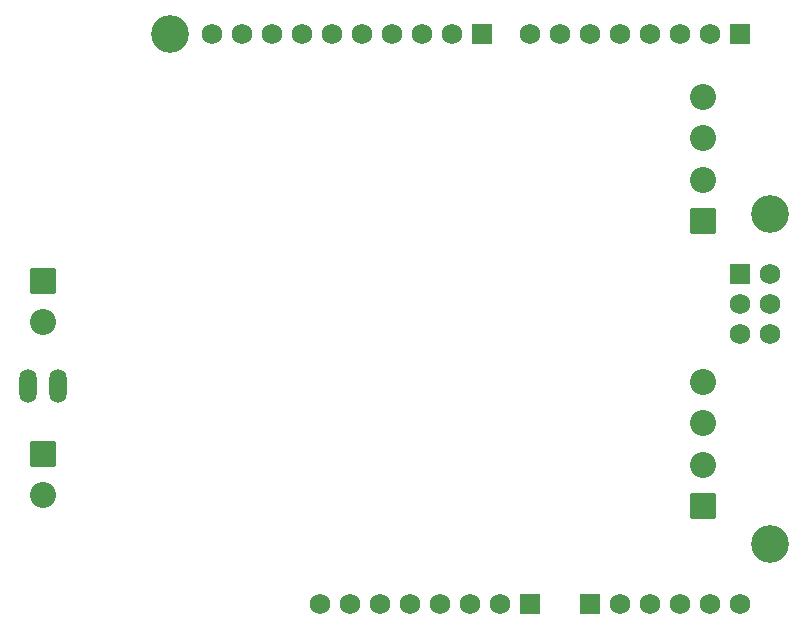
<source format=gbr>
%TF.GenerationSoftware,KiCad,Pcbnew,7.0.7*%
%TF.CreationDate,2023-10-02T21:51:04-04:00*%
%TF.ProjectId,sensor_interface_1.1.0,73656e73-6f72-45f6-996e-746572666163,rev?*%
%TF.SameCoordinates,Original*%
%TF.FileFunction,Soldermask,Bot*%
%TF.FilePolarity,Negative*%
%FSLAX46Y46*%
G04 Gerber Fmt 4.6, Leading zero omitted, Abs format (unit mm)*
G04 Created by KiCad (PCBNEW 7.0.7) date 2023-10-02 21:51:04*
%MOMM*%
%LPD*%
G01*
G04 APERTURE LIST*
G04 Aperture macros list*
%AMRoundRect*
0 Rectangle with rounded corners*
0 $1 Rounding radius*
0 $2 $3 $4 $5 $6 $7 $8 $9 X,Y pos of 4 corners*
0 Add a 4 corners polygon primitive as box body*
4,1,4,$2,$3,$4,$5,$6,$7,$8,$9,$2,$3,0*
0 Add four circle primitives for the rounded corners*
1,1,$1+$1,$2,$3*
1,1,$1+$1,$4,$5*
1,1,$1+$1,$6,$7*
1,1,$1+$1,$8,$9*
0 Add four rect primitives between the rounded corners*
20,1,$1+$1,$2,$3,$4,$5,0*
20,1,$1+$1,$4,$5,$6,$7,0*
20,1,$1+$1,$6,$7,$8,$9,0*
20,1,$1+$1,$8,$9,$2,$3,0*%
G04 Aperture macros list end*
%ADD10C,3.200400*%
%ADD11RoundRect,0.050800X-0.825500X-0.825500X0.825500X-0.825500X0.825500X0.825500X-0.825500X0.825500X0*%
%ADD12C,1.752600*%
%ADD13RoundRect,0.050800X-1.050000X1.050000X-1.050000X-1.050000X1.050000X-1.050000X1.050000X1.050000X0*%
%ADD14C,2.201600*%
%ADD15RoundRect,0.050800X1.050000X-1.050000X1.050000X1.050000X-1.050000X1.050000X-1.050000X-1.050000X0*%
%ADD16O,1.473200X2.844800*%
G04 APERTURE END LIST*
D10*
%TO.C,JP1*%
X129520750Y-80803950D03*
D11*
X155936750Y-80803950D03*
D12*
X153396750Y-80803950D03*
X150856750Y-80803950D03*
X148316750Y-80803950D03*
X145776750Y-80803950D03*
X143236750Y-80803950D03*
X140696750Y-80803950D03*
X138156750Y-80803950D03*
X135616750Y-80803950D03*
X133076750Y-80803950D03*
%TD*%
D10*
%TO.C,JP3*%
X180320750Y-96043950D03*
X180320750Y-123983950D03*
D11*
X177780750Y-101123950D03*
D12*
X177780750Y-103663950D03*
X177780750Y-106203950D03*
X180320750Y-106203950D03*
X180320750Y-103663950D03*
X180320750Y-101123950D03*
%TD*%
D11*
%TO.C,JP4*%
X165080750Y-129063950D03*
D12*
X167620750Y-129063950D03*
X170160750Y-129063950D03*
X172700750Y-129063950D03*
X175240750Y-129063950D03*
X177780750Y-129063950D03*
%TD*%
D13*
%TO.C,CON2*%
X118725750Y-116363950D03*
D14*
X118725750Y-119863950D03*
%TD*%
D15*
%TO.C,CON3*%
X174605750Y-120808950D03*
D14*
X174605750Y-117308950D03*
X174605750Y-113808950D03*
X174605750Y-110308950D03*
%TD*%
D12*
%TO.C,JP5*%
X142220750Y-129063950D03*
X144760750Y-129063950D03*
X147300750Y-129063950D03*
X149840750Y-129063950D03*
X152380750Y-129063950D03*
X154920750Y-129063950D03*
X157460750Y-129063950D03*
D11*
X160000750Y-129063950D03*
%TD*%
%TO.C,JP2*%
X177780750Y-80803950D03*
D12*
X175240750Y-80803950D03*
X172700750Y-80803950D03*
X170160750Y-80803950D03*
X167620750Y-80803950D03*
X165080750Y-80803950D03*
X162540750Y-80803950D03*
X160000750Y-80803950D03*
%TD*%
D15*
%TO.C,CON4*%
X174605750Y-96678950D03*
D14*
X174605750Y-93178950D03*
X174605750Y-89678950D03*
X174605750Y-86178950D03*
%TD*%
D13*
%TO.C,CON1*%
X118725750Y-101758950D03*
D14*
X118725750Y-105258950D03*
%TD*%
D16*
%TO.C,JP6*%
X117455750Y-110648950D03*
X119995750Y-110648950D03*
%TD*%
M02*

</source>
